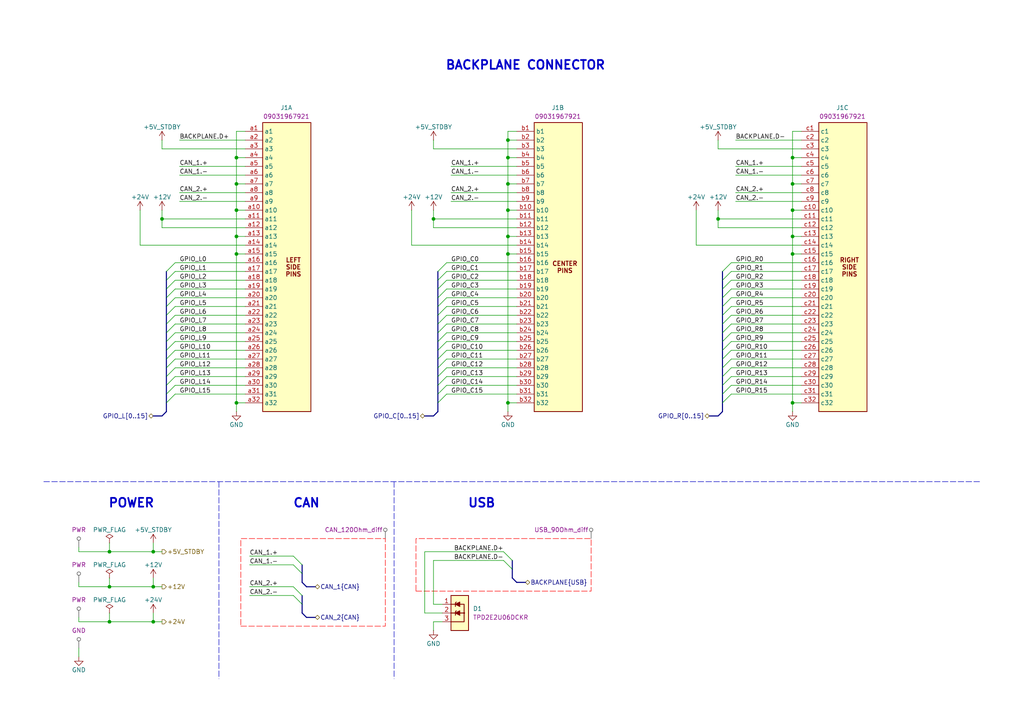
<source format=kicad_sch>
(kicad_sch (version 20250114) (generator "eeschema") (generator_version "9.0")
  (paper "A4")
  (title_block (title "ModuCard CM5 module") (date "2025-10-10") (rev "1.0.0") (company "KoNaR") (comment 1 "Project author: Dominik Pluta"))
  (lib_symbols
    (symbol "DW-TVS:TPD2E2U06DCKR" (pin_names (offset 0.002) (hide yes))
      (property "Reference" "D" (at 8.89 0 0))
      (property "MPN" "TPD2E2U06DCKR" (at 8.89 -15.24 0))
      (symbol "TPD2E2U06DCKR_0_1"
        (polyline (pts (xy 2.54 -5.08) (xy 6.35 -5.08) (xy 6.35 0) (xy 5.08 0)) (stroke (width 0.254)))
        (polyline (pts (xy 3.81 0) (xy 2.54 0)) (stroke (width 0.254)))
        (polyline (pts (xy 3.81 -2.54) (xy 2.54 -2.54)) (stroke (width 0.254)))
        (polyline (pts (xy 5.08 -2.54) (xy 6.35 -2.54)) (stroke (width 0.254)))
      )
      (symbol "TPD2E2U06DCKR_1_1"
        (rectangle (start 2.54 2.54) (end 7.62 -7.62) (stroke (width 0.254)) (fill (type background)))
        (polyline (pts (xy 3.81 -0.635) (xy 3.81 -0.381) (xy 3.81 0.381) (xy 4.064 0.635)) (stroke (width 0.254)) (fill (type background)))
        (polyline (pts (xy 3.81 -3.175) (xy 3.81 -2.921) (xy 3.81 -2.159) (xy 4.064 -1.905)) (stroke (width 0.254)) (fill (type background)))
        (polyline (pts (xy 5.08 -0.635) (xy 5.08 0.635) (xy 3.81 0) (xy 5.08 -0.635)) (stroke (width 0.254)) (fill (type outline)))
        (polyline (pts (xy 5.08 -3.175) (xy 5.08 -1.905) (xy 3.81 -2.54) (xy 5.08 -3.175)) (stroke (width 0.254)) (fill (type outline)))
        (circle (center 6.35 -2.54) (radius 0.127) (stroke (width 0.254)) (fill (type background)))
        (pin passive line (at 0 0 0) (length 2.54) (name "1") (number "1"))
        (pin passive line (at 0 -2.54 0) (length 2.54) (name "2") (number "2"))
        (pin passive line (at 0 -5.08 0) (length 2.54) (name "3") (number "3"))
      )
    )
    (symbol "DW-connectors:DIN-41612_09031967921"
      (property "Reference" "J" (at 21.59 0 0))
      (property "MPN" "09031967921" (at 21.59 -15.24 0))
      (symbol "DIN-41612_09031967921_0_0"
        (rectangle (start 5.08 2.54) (end 19.05 -81.28) (stroke (width 0.254)) (fill (type background)))
      )
      (symbol "DIN-41612_09031967921_1_1"
        (text "LEFT\nSIDE\nPINS" (at 13.97 -39.37 0) (effects (font (size 1.27 1.27) (bold yes))))
        (pin passive line (at 0 0 0) (length 5.08) (name "a1") (number "a1"))
        (pin passive line (at 0 -2.54 0) (length 5.08) (name "a2") (number "a2"))
        (pin passive line (at 0 -5.08 0) (length 5.08) (name "a3") (number "a3"))
        (pin passive line (at 0 -7.62 0) (length 5.08) (name "a4") (number "a4"))
        (pin passive line (at 0 -10.16 0) (length 5.08) (name "a5") (number "a5"))
        (pin passive line (at 0 -12.7 0) (length 5.08) (name "a6") (number "a6"))
        (pin passive line (at 0 -15.24 0) (length 5.08) (name "a7") (number "a7"))
        (pin passive line (at 0 -17.78 0) (length 5.08) (name "a8") (number "a8"))
        (pin passive line (at 0 -20.32 0) (length 5.08) (name "a9") (number "a9"))
        (pin passive line (at 0 -22.86 0) (length 5.08) (name "a10") (number "a10"))
        (pin passive line (at 0 -25.4 0) (length 5.08) (name "a11") (number "a11"))
        (pin passive line (at 0 -27.94 0) (length 5.08) (name "a12") (number "a12"))
        (pin passive line (at 0 -30.48 0) (length 5.08) (name "a13") (number "a13"))
        (pin passive line (at 0 -33.02 0) (length 5.08) (name "a14") (number "a14"))
        (pin passive line (at 0 -35.56 0) (length 5.08) (name "a15") (number "a15"))
        (pin passive line (at 0 -38.1 0) (length 5.08) (name "a16") (number "a16"))
        (pin passive line (at 0 -40.64 0) (length 5.08) (name "a17") (number "a17"))
        (pin passive line (at 0 -43.18 0) (length 5.08) (name "a18") (number "a18"))
        (pin passive line (at 0 -45.72 0) (length 5.08) (name "a19") (number "a19"))
        (pin passive line (at 0 -48.26 0) (length 5.08) (name "a20") (number "a20"))
        (pin passive line (at 0 -50.8 0) (length 5.08) (name "a21") (number "a21"))
        (pin passive line (at 0 -53.34 0) (length 5.08) (name "a22") (number "a22"))
        (pin passive line (at 0 -55.88 0) (length 5.08) (name "a23") (number "a23"))
        (pin passive line (at 0 -58.42 0) (length 5.08) (name "a24") (number "a24"))
        (pin passive line (at 0 -60.96 0) (length 5.08) (name "a25") (number "a25"))
        (pin passive line (at 0 -63.5 0) (length 5.08) (name "a26") (number "a26"))
        (pin passive line (at 0 -66.04 0) (length 5.08) (name "a27") (number "a27"))
        (pin passive line (at 0 -68.58 0) (length 5.08) (name "a28") (number "a28"))
        (pin passive line (at 0 -71.12 0) (length 5.08) (name "a29") (number "a29"))
        (pin passive line (at 0 -73.66 0) (length 5.08) (name "a30") (number "a30"))
        (pin passive line (at 0 -76.2 0) (length 5.08) (name "a31") (number "a31"))
        (pin passive line (at 0 -78.74 0) (length 5.08) (name "a32") (number "a32"))
      )
      (symbol "DIN-41612_09031967921_2_1"
        (text "CENTER\nPINS" (at 13.97 -39.37 0) (effects (font (size 1.27 1.27) (bold yes))))
        (pin passive line (at 0 0 0) (length 5.08) (name "b1") (number "b1"))
        (pin passive line (at 0 -2.54 0) (length 5.08) (name "b2") (number "b2"))
        (pin passive line (at 0 -5.08 0) (length 5.08) (name "b3") (number "b3"))
        (pin passive line (at 0 -7.62 0) (length 5.08) (name "b4") (number "b4"))
        (pin passive line (at 0 -10.16 0) (length 5.08) (name "b5") (number "b5"))
        (pin passive line (at 0 -12.7 0) (length 5.08) (name "b6") (number "b6"))
        (pin passive line (at 0 -15.24 0) (length 5.08) (name "b7") (number "b7"))
        (pin passive line (at 0 -17.78 0) (length 5.08) (name "b8") (number "b8"))
        (pin passive line (at 0 -20.32 0) (length 5.08) (name "b9") (number "b9"))
        (pin passive line (at 0 -22.86 0) (length 5.08) (name "b10") (number "b10"))
        (pin passive line (at 0 -25.4 0) (length 5.08) (name "b11") (number "b11"))
        (pin passive line (at 0 -27.94 0) (length 5.08) (name "b12") (number "b12"))
        (pin passive line (at 0 -30.48 0) (length 5.08) (name "b13") (number "b13"))
        (pin passive line (at 0 -33.02 0) (length 5.08) (name "b14") (number "b14"))
        (pin passive line (at 0 -35.56 0) (length 5.08) (name "b15") (number "b15"))
        (pin passive line (at 0 -38.1 0) (length 5.08) (name "b16") (number "b16"))
        (pin passive line (at 0 -40.64 0) (length 5.08) (name "b17") (number "b17"))
        (pin passive line (at 0 -43.18 0) (length 5.08) (name "b18") (number "b18"))
        (pin passive line (at 0 -45.72 0) (length 5.08) (name "b19") (number "b19"))
        (pin passive line (at 0 -48.26 0) (length 5.08) (name "b20") (number "b20"))
        (pin passive line (at 0 -50.8 0) (length 5.08) (name "b21") (number "b21"))
        (pin passive line (at 0 -53.34 0) (length 5.08) (name "b22") (number "b22"))
        (pin passive line (at 0 -55.88 0) (length 5.08) (name "b23") (number "b23"))
        (pin passive line (at 0 -58.42 0) (length 5.08) (name "b24") (number "b24"))
        (pin passive line (at 0 -60.96 0) (length 5.08) (name "b25") (number "b25"))
        (pin passive line (at 0 -63.5 0) (length 5.08) (name "b26") (number "b26"))
        (pin passive line (at 0 -66.04 0) (length 5.08) (name "b27") (number "b27"))
        (pin passive line (at 0 -68.58 0) (length 5.08) (name "b28") (number "b28"))
        (pin passive line (at 0 -71.12 0) (length 5.08) (name "b29") (number "b29"))
        (pin passive line (at 0 -73.66 0) (length 5.08) (name "b30") (number "b30"))
        (pin passive line (at 0 -76.2 0) (length 5.08) (name "b31") (number "b31"))
        (pin passive line (at 0 -78.74 0) (length 5.08) (name "b32") (number "b32"))
      )
      (symbol "DIN-41612_09031967921_3_1"
        (text "RIGHT\nSIDE\nPINS" (at 13.97 -39.37 0) (effects (font (size 1.27 1.27) (bold yes))))
        (pin passive line (at 0 0 0) (length 5.08) (name "c1") (number "c1"))
        (pin passive line (at 0 -2.54 0) (length 5.08) (name "c2") (number "c2"))
        (pin passive line (at 0 -5.08 0) (length 5.08) (name "c3") (number "c3"))
        (pin passive line (at 0 -7.62 0) (length 5.08) (name "c4") (number "c4"))
        (pin passive line (at 0 -10.16 0) (length 5.08) (name "c5") (number "c5"))
        (pin passive line (at 0 -12.7 0) (length 5.08) (name "c6") (number "c6"))
        (pin passive line (at 0 -15.24 0) (length 5.08) (name "c7") (number "c7"))
        (pin passive line (at 0 -17.78 0) (length 5.08) (name "c8") (number "c8"))
        (pin passive line (at 0 -20.32 0) (length 5.08) (name "c9") (number "c9"))
        (pin passive line (at 0 -22.86 0) (length 5.08) (name "c10") (number "c10"))
        (pin passive line (at 0 -25.4 0) (length 5.08) (name "c11") (number "c11"))
        (pin passive line (at 0 -27.94 0) (length 5.08) (name "c12") (number "c12"))
        (pin passive line (at 0 -30.48 0) (length 5.08) (name "c13") (number "c13"))
        (pin passive line (at 0 -33.02 0) (length 5.08) (name "c14") (number "c14"))
        (pin passive line (at 0 -35.56 0) (length 5.08) (name "c15") (number "c15"))
        (pin passive line (at 0 -38.1 0) (length 5.08) (name "c16") (number "c16"))
        (pin passive line (at 0 -40.64 0) (length 5.08) (name "c17") (number "c17"))
        (pin passive line (at 0 -43.18 0) (length 5.08) (name "c18") (number "c18"))
        (pin passive line (at 0 -45.72 0) (length 5.08) (name "c19") (number "c19"))
        (pin passive line (at 0 -48.26 0) (length 5.08) (name "c20") (number "c20"))
        (pin passive line (at 0 -50.8 0) (length 5.08) (name "c21") (number "c21"))
        (pin passive line (at 0 -53.34 0) (length 5.08) (name "c22") (number "c22"))
        (pin passive line (at 0 -55.88 0) (length 5.08) (name "c23") (number "c23"))
        (pin passive line (at 0 -58.42 0) (length 5.08) (name "c24") (number "c24"))
        (pin passive line (at 0 -60.96 0) (length 5.08) (name "c25") (number "c25"))
        (pin passive line (at 0 -63.5 0) (length 5.08) (name "c26") (number "c26"))
        (pin passive line (at 0 -66.04 0) (length 5.08) (name "c27") (number "c27"))
        (pin passive line (at 0 -68.58 0) (length 5.08) (name "c28") (number "c28"))
        (pin passive line (at 0 -71.12 0) (length 5.08) (name "c29") (number "c29"))
        (pin passive line (at 0 -73.66 0) (length 5.08) (name "c30") (number "c30"))
        (pin passive line (at 0 -76.2 0) (length 5.08) (name "c31") (number "c31"))
        (pin passive line (at 0 -78.74 0) (length 5.08) (name "c32") (number "c32"))
      )
    )
    (symbol "DW-power-symbols:+12V" (power) (pin_numbers (hide yes)) (pin_names (offset 0) (hide yes))
      (property "Value" "+12V" (at 0 3.556 0))
      (symbol "+12V_0_1"
        (polyline (pts (xy -0.762 1.27) (xy 0 2.54)))
        (polyline (pts (xy 0 2.54) (xy 0.762 1.27)))
        (polyline (pts (xy 0 0) (xy 0 2.54)))
      )
      (symbol "+12V_1_1"
        (pin power_in line (at 0 0 90) (length 0) (name "~") (number "1"))
      )
    )
    (symbol "DW-power-symbols:+24V" (power) (pin_numbers (hide yes)) (pin_names (offset 0) (hide yes))
      (property "Value" "+24V" (at 0 3.556 0))
      (symbol "+24V_0_1"
        (polyline (pts (xy -0.762 1.27) (xy 0 2.54)))
        (polyline (pts (xy 0 2.54) (xy 0.762 1.27)))
        (polyline (pts (xy 0 0) (xy 0 2.54)))
      )
      (symbol "+24V_1_1"
        (pin power_in line (at 0 0 90) (length 0) (name "~") (number "1"))
      )
    )
    (symbol "DW-power-symbols:+5V" (power) (pin_numbers (hide yes)) (pin_names (offset 0) (hide yes))
      (property "Value" "+5V" (at 0 3.556 0))
      (symbol "+5V_0_1"
        (polyline (pts (xy -0.762 1.27) (xy 0 2.54)))
        (polyline (pts (xy 0 2.54) (xy 0.762 1.27)))
        (polyline (pts (xy 0 0) (xy 0 2.54)))
      )
      (symbol "+5V_1_1"
        (pin power_in line (at 0 0 90) (length 0) (name "~") (number "1"))
      )
    )
    (symbol "DW-power-symbols:GND" (power) (pin_numbers (hide yes)) (pin_names (offset 0) (hide yes))
      (property "Value" "GND" (at 0 -3.81 0))
      (symbol "GND_0_1"
        (polyline (pts (xy 0 0) (xy 0 -1.27) (xy 1.27 -1.27) (xy 0 -2.54) (xy -1.27 -1.27) (xy 0 -1.27)))
      )
      (symbol "GND_1_1"
        (pin power_in line (at 0 0 270) (length 0) (name "~") (number "1"))
      )
    )
    (symbol "DW-power-symbols:PWR_FLAG" (power) (pin_numbers (hide yes)) (pin_names (offset 0) (hide yes))
      (property "Value" "PWR_FLAG" (at 0 3.81 0))
      (symbol "PWR_FLAG_0_0"
        (pin power_out line (at 0 0 90) (length 0) (name "~") (number "1"))
      )
      (symbol "PWR_FLAG_0_1"
        (polyline (pts (xy 0 0) (xy 0 1.27) (xy -1.016 1.905) (xy 0 2.54) (xy 1.016 1.905) (xy 0 1.27)))
      )
    )
  )
  (text "CAN" (at 88.9 146.05 0) (effects (font (size 2.54 2.54) (thickness 0.508) (bold yes))))
  (text "BACKPLANE CONNECTOR" (at 152.4 19.05 0) (effects (font (size 2.54 2.54) (thickness 0.508) (bold yes))))
  (text "POWER" (at 38.1 146.05 0) (effects (font (size 2.54 2.54) (thickness 0.508) (bold yes))))
  (text "USB" (at 139.7 146.05 0) (effects (font (size 2.54 2.54) (thickness 0.508) (bold yes))))
  (junction (at 147.32 60.96))
  (junction (at 147.32 68.58))
  (junction (at 147.32 45.72))
  (junction (at 68.58 116.84))
  (junction (at 31.75 160.02))
  (junction (at 44.45 160.02))
  (junction (at 229.87 53.34))
  (junction (at 229.87 116.84))
  (junction (at 31.75 180.34))
  (junction (at 229.87 60.96))
  (junction (at 44.45 170.18))
  (junction (at 68.58 73.66))
  (junction (at 68.58 53.34))
  (junction (at 68.58 45.72))
  (junction (at 31.75 170.18))
  (junction (at 229.87 45.72))
  (junction (at 125.73 63.5))
  (junction (at 229.87 68.58))
  (junction (at 46.99 63.5))
  (junction (at 147.32 116.84))
  (junction (at 68.58 60.96))
  (junction (at 44.45 180.34))
  (junction (at 147.32 40.64))
  (junction (at 147.32 73.66))
  (junction (at 229.87 73.66))
  (junction (at 147.32 53.34))
  (junction (at 208.28 63.5))
  (junction (at 68.58 68.58))
  (bus_entry (at 50.8 76.2) (size -2.54 2.54))
  (bus_entry (at 50.8 83.82) (size -2.54 2.54))
  (bus_entry (at 50.8 86.36) (size -2.54 2.54))
  (bus_entry (at 146.05 160.02) (size 2.54 2.54))
  (bus_entry (at 129.54 81.28) (size -2.54 2.54))
  (bus_entry (at 212.09 83.82) (size -2.54 2.54))
  (bus_entry (at 129.54 109.22) (size -2.54 2.54))
  (bus_entry (at 50.8 78.74) (size -2.54 2.54))
  (bus_entry (at 212.09 76.2) (size -2.54 2.54))
  (bus_entry (at 50.8 106.68) (size -2.54 2.54))
  (bus_entry (at 87.63 163.83) (size -2.54 -2.54))
  (bus_entry (at 212.09 96.52) (size -2.54 2.54))
  (bus_entry (at 50.8 91.44) (size -2.54 2.54))
  (bus_entry (at 129.54 99.06) (size -2.54 2.54))
  (bus_entry (at 129.54 106.68) (size -2.54 2.54))
  (bus_entry (at 212.09 99.06) (size -2.54 2.54))
  (bus_entry (at 50.8 96.52) (size -2.54 2.54))
  (bus_entry (at 212.09 111.76) (size -2.54 2.54))
  (bus_entry (at 50.8 101.6) (size -2.54 2.54))
  (bus_entry (at 146.05 162.56) (size 2.54 2.54))
  (bus_entry (at 129.54 101.6) (size -2.54 2.54))
  (bus_entry (at 212.09 86.36) (size -2.54 2.54))
  (bus_entry (at 50.8 99.06) (size -2.54 2.54))
  (bus_entry (at 129.54 86.36) (size -2.54 2.54))
  (bus_entry (at 50.8 93.98) (size -2.54 2.54))
  (bus_entry (at 212.09 106.68) (size -2.54 2.54))
  (bus_entry (at 212.09 91.44) (size -2.54 2.54))
  (bus_entry (at 129.54 114.3) (size -2.54 2.54))
  (bus_entry (at 129.54 83.82) (size -2.54 2.54))
  (bus_entry (at 212.09 88.9) (size -2.54 2.54))
  (bus_entry (at 129.54 104.14) (size -2.54 2.54))
  (bus_entry (at 212.09 104.14) (size -2.54 2.54))
  (bus_entry (at 129.54 78.74) (size -2.54 2.54))
  (bus_entry (at 212.09 93.98) (size -2.54 2.54))
  (bus_entry (at 87.63 175.26) (size -2.54 -2.54))
  (bus_entry (at 50.8 88.9) (size -2.54 2.54))
  (bus_entry (at 87.63 172.72) (size -2.54 -2.54))
  (bus_entry (at 129.54 76.2) (size -2.54 2.54))
  (bus_entry (at 129.54 88.9) (size -2.54 2.54))
  (bus_entry (at 50.8 114.3) (size -2.54 2.54))
  (bus_entry (at 50.8 104.14) (size -2.54 2.54))
  (bus_entry (at 212.09 101.6) (size -2.54 2.54))
  (bus_entry (at 50.8 81.28) (size -2.54 2.54))
  (bus_entry (at 129.54 91.44) (size -2.54 2.54))
  (bus_entry (at 212.09 81.28) (size -2.54 2.54))
  (bus_entry (at 212.09 109.22) (size -2.54 2.54))
  (bus_entry (at 50.8 109.22) (size -2.54 2.54))
  (bus_entry (at 87.63 166.37) (size -2.54 -2.54))
  (bus_entry (at 129.54 111.76) (size -2.54 2.54))
  (bus_entry (at 129.54 96.52) (size -2.54 2.54))
  (bus_entry (at 212.09 78.74) (size -2.54 2.54))
  (bus_entry (at 212.09 114.3) (size -2.54 2.54))
  (bus_entry (at 50.8 111.76) (size -2.54 2.54))
  (bus_entry (at 129.54 93.98) (size -2.54 2.54))
  (wire (pts (xy 212.09 93.98) (xy 232.41 93.98)))
  (wire (pts (xy 232.41 68.58) (xy 229.87 68.58)))
  (bus (pts (xy 209.55 86.36) (xy 209.55 88.9)))
  (wire (pts (xy 129.54 93.98) (xy 149.86 93.98)))
  (wire (pts (xy 68.58 53.34) (xy 68.58 60.96)))
  (wire (pts (xy 68.58 116.84) (xy 71.12 116.84)))
  (wire (pts (xy 147.32 53.34) (xy 147.32 60.96)))
  (wire (pts (xy 50.8 91.44) (xy 71.12 91.44)))
  (wire (pts (xy 229.87 38.1) (xy 229.87 45.72)))
  (bus (pts (xy 87.63 166.37) (xy 87.63 163.83)))
  (wire (pts (xy 147.32 40.64) (xy 147.32 45.72)))
  (wire (pts (xy 50.8 109.22) (xy 71.12 109.22)))
  (wire (pts (xy 22.86 158.75) (xy 22.86 160.02)))
  (wire (pts (xy 50.8 81.28) (xy 71.12 81.28)))
  (bus (pts (xy 208.28 120.65) (xy 209.55 119.38)))
  (bus (pts (xy 209.55 109.22) (xy 209.55 111.76)))
  (wire (pts (xy 129.54 109.22) (xy 149.86 109.22)))
  (wire (pts (xy 129.54 106.68) (xy 149.86 106.68)))
  (wire (pts (xy 31.75 170.18) (xy 44.45 170.18)))
  (wire (pts (xy 229.87 45.72) (xy 229.87 53.34)))
  (wire (pts (xy 85.09 172.72) (xy 72.39 172.72)))
  (wire (pts (xy 68.58 60.96) (xy 68.58 68.58)))
  (bus (pts (xy 48.26 86.36) (xy 48.26 88.9)))
  (wire (pts (xy 212.09 111.76) (xy 232.41 111.76)))
  (wire (pts (xy 149.86 48.26) (xy 130.81 48.26)))
  (wire (pts (xy 71.12 58.42) (xy 52.07 58.42)))
  (wire (pts (xy 129.54 91.44) (xy 149.86 91.44)))
  (wire (pts (xy 50.8 96.52) (xy 71.12 96.52)))
  (wire (pts (xy 212.09 99.06) (xy 232.41 99.06)))
  (wire (pts (xy 31.75 177.8) (xy 31.75 180.34)))
  (wire (pts (xy 129.54 78.74) (xy 149.86 78.74)))
  (bus (pts (xy 148.59 165.1) (xy 148.59 167.64)))
  (wire (pts (xy 129.54 104.14) (xy 149.86 104.14)))
  (wire (pts (xy 212.09 114.3) (xy 232.41 114.3)))
  (wire (pts (xy 71.12 45.72) (xy 68.58 45.72)))
  (bus (pts (xy 87.63 168.91) (xy 87.63 166.37)))
  (wire (pts (xy 85.09 170.18) (xy 72.39 170.18)))
  (wire (pts (xy 147.32 116.84) (xy 147.32 119.38)))
  (bus (pts (xy 127 109.22) (xy 127 111.76)))
  (wire (pts (xy 22.86 187.96) (xy 22.86 190.5)))
  (wire (pts (xy 129.54 83.82) (xy 149.86 83.82)))
  (bus (pts (xy 87.63 177.8) (xy 88.9 179.07)))
  (bus (pts (xy 127 106.68) (xy 127 109.22)))
  (wire (pts (xy 229.87 60.96) (xy 229.87 68.58)))
  (wire (pts (xy 212.09 88.9) (xy 232.41 88.9)))
  (wire (pts (xy 50.8 88.9) (xy 71.12 88.9)))
  (bus (pts (xy 208.28 120.65) (xy 205.74 120.65)))
  (wire (pts (xy 208.28 63.5) (xy 232.41 63.5)))
  (wire (pts (xy 212.09 81.28) (xy 232.41 81.28)))
  (wire (pts (xy 149.86 68.58) (xy 147.32 68.58)))
  (wire (pts (xy 44.45 180.34) (xy 31.75 180.34)))
  (wire (pts (xy 147.32 45.72) (xy 147.32 53.34)))
  (wire (pts (xy 50.8 78.74) (xy 71.12 78.74)))
  (wire (pts (xy 212.09 109.22) (xy 232.41 109.22)))
  (wire (pts (xy 212.09 106.68) (xy 232.41 106.68)))
  (wire (pts (xy 125.73 162.56) (xy 125.73 175.26)))
  (bus (pts (xy 127 104.14) (xy 127 106.68)))
  (wire (pts (xy 119.38 71.12) (xy 149.86 71.12)))
  (bus (pts (xy 48.26 91.44) (xy 48.26 93.98)))
  (wire (pts (xy 129.54 99.06) (xy 149.86 99.06)))
  (bus (pts (xy 127 78.74) (xy 127 81.28)))
  (bus (pts (xy 209.55 111.76) (xy 209.55 114.3)))
  (wire (pts (xy 123.19 160.02) (xy 123.19 177.8)))
  (wire (pts (xy 212.09 86.36) (xy 232.41 86.36)))
  (wire (pts (xy 229.87 73.66) (xy 232.41 73.66)))
  (bus (pts (xy 87.63 177.8) (xy 87.63 175.26)))
  (wire (pts (xy 147.32 116.84) (xy 149.86 116.84)))
  (wire (pts (xy 125.73 63.5) (xy 149.86 63.5)))
  (wire (pts (xy 208.28 66.04) (xy 232.41 66.04)))
  (bus (pts (xy 46.99 120.65) (xy 48.26 119.38)))
  (wire (pts (xy 149.86 50.8) (xy 130.81 50.8)))
  (wire (pts (xy 44.45 167.64) (xy 44.45 170.18)))
  (bus (pts (xy 209.55 83.82) (xy 209.55 86.36)))
  (wire (pts (xy 212.09 91.44) (xy 232.41 91.44)))
  (wire (pts (xy 201.93 60.96) (xy 201.93 71.12)))
  (wire (pts (xy 22.86 170.18) (xy 31.75 170.18)))
  (bus (pts (xy 127 111.76) (xy 127 114.3)))
  (bus (pts (xy 209.55 91.44) (xy 209.55 93.98)))
  (polyline (pts (xy 63.5 139.7) (xy 63.5 196.85)) (stroke (width 0) (type dash)))
  (wire (pts (xy 232.41 50.8) (xy 213.36 50.8)))
  (wire (pts (xy 85.09 161.29) (xy 72.39 161.29)))
  (wire (pts (xy 44.45 170.18) (xy 46.99 170.18)))
  (wire (pts (xy 68.58 116.84) (xy 68.58 119.38)))
  (bus (pts (xy 48.26 116.84) (xy 48.26 119.38)))
  (wire (pts (xy 71.12 60.96) (xy 68.58 60.96)))
  (wire (pts (xy 232.41 53.34) (xy 229.87 53.34)))
  (wire (pts (xy 40.64 71.12) (xy 71.12 71.12)))
  (wire (pts (xy 147.32 73.66) (xy 149.86 73.66)))
  (wire (pts (xy 232.41 60.96) (xy 229.87 60.96)))
  (wire (pts (xy 46.99 60.96) (xy 46.99 63.5)))
  (wire (pts (xy 50.8 106.68) (xy 71.12 106.68)))
  (bus (pts (xy 127 99.06) (xy 127 101.6)))
  (wire (pts (xy 232.41 45.72) (xy 229.87 45.72)))
  (wire (pts (xy 212.09 104.14) (xy 232.41 104.14)))
  (wire (pts (xy 149.86 53.34) (xy 147.32 53.34)))
  (wire (pts (xy 50.8 114.3) (xy 71.12 114.3)))
  (bus (pts (xy 88.9 170.18) (xy 91.44 170.18)))
  (wire (pts (xy 232.41 38.1) (xy 229.87 38.1)))
  (bus (pts (xy 48.26 99.06) (xy 48.26 101.6)))
  (wire (pts (xy 46.99 40.64) (xy 46.99 43.18)))
  (wire (pts (xy 22.86 160.02) (xy 31.75 160.02)))
  (wire (pts (xy 71.12 38.1) (xy 68.58 38.1)))
  (wire (pts (xy 119.38 60.96) (xy 119.38 71.12)))
  (wire (pts (xy 71.12 68.58) (xy 68.58 68.58)))
  (bus (pts (xy 127 91.44) (xy 127 93.98)))
  (bus (pts (xy 148.59 167.64) (xy 149.86 168.91)))
  (wire (pts (xy 71.12 50.8) (xy 52.07 50.8)))
  (wire (pts (xy 50.8 111.76) (xy 71.12 111.76)))
  (bus (pts (xy 209.55 116.84) (xy 209.55 119.38)))
  (bus (pts (xy 127 101.6) (xy 127 104.14)))
  (wire (pts (xy 129.54 88.9) (xy 149.86 88.9)))
  (bus (pts (xy 48.26 111.76) (xy 48.26 114.3)))
  (wire (pts (xy 229.87 53.34) (xy 229.87 60.96)))
  (bus (pts (xy 48.26 81.28) (xy 48.26 83.82)))
  (wire (pts (xy 208.28 66.04) (xy 208.28 63.5)))
  (wire (pts (xy 129.54 114.3) (xy 149.86 114.3)))
  (bus (pts (xy 209.55 104.14) (xy 209.55 106.68)))
  (wire (pts (xy 46.99 66.04) (xy 46.99 63.5)))
  (wire (pts (xy 46.99 180.34) (xy 44.45 180.34)))
  (bus (pts (xy 209.55 106.68) (xy 209.55 109.22)))
  (bus (pts (xy 48.26 109.22) (xy 48.26 111.76)))
  (wire (pts (xy 68.58 38.1) (xy 68.58 45.72)))
  (wire (pts (xy 147.32 38.1) (xy 147.32 40.64)))
  (wire (pts (xy 212.09 76.2) (xy 232.41 76.2)))
  (wire (pts (xy 125.73 180.34) (xy 125.73 182.88)))
  (bus (pts (xy 48.26 93.98) (xy 48.26 96.52)))
  (bus (pts (xy 48.26 83.82) (xy 48.26 86.36)))
  (wire (pts (xy 232.41 40.64) (xy 213.36 40.64)))
  (bus (pts (xy 87.63 168.91) (xy 88.9 170.18)))
  (wire (pts (xy 46.99 63.5) (xy 71.12 63.5)))
  (wire (pts (xy 50.8 101.6) (xy 71.12 101.6)))
  (bus (pts (xy 87.63 175.26) (xy 87.63 172.72)))
  (wire (pts (xy 31.75 167.64) (xy 31.75 170.18)))
  (wire (pts (xy 149.86 45.72) (xy 147.32 45.72)))
  (bus (pts (xy 48.26 101.6) (xy 48.26 104.14)))
  (wire (pts (xy 68.58 68.58) (xy 68.58 73.66)))
  (wire (pts (xy 208.28 40.64) (xy 208.28 43.18)))
  (wire (pts (xy 147.32 60.96) (xy 147.32 68.58)))
  (wire (pts (xy 125.73 66.04) (xy 125.73 63.5)))
  (wire (pts (xy 22.86 168.91) (xy 22.86 170.18)))
  (wire (pts (xy 44.45 177.8) (xy 44.45 180.34)))
  (wire (pts (xy 212.09 96.52) (xy 232.41 96.52)))
  (wire (pts (xy 46.99 43.18) (xy 71.12 43.18)))
  (bus (pts (xy 125.73 120.65) (xy 123.19 120.65)))
  (wire (pts (xy 123.19 160.02) (xy 146.05 160.02)))
  (wire (pts (xy 149.86 38.1) (xy 147.32 38.1)))
  (wire (pts (xy 31.75 160.02) (xy 44.45 160.02)))
  (wire (pts (xy 125.73 60.96) (xy 125.73 63.5)))
  (bus (pts (xy 209.55 93.98) (xy 209.55 96.52)))
  (bus (pts (xy 127 81.28) (xy 127 83.82)))
  (wire (pts (xy 125.73 40.64) (xy 125.73 43.18)))
  (bus (pts (xy 48.26 78.74) (xy 48.26 81.28)))
  (wire (pts (xy 46.99 160.02) (xy 44.45 160.02)))
  (wire (pts (xy 46.99 66.04) (xy 71.12 66.04)))
  (wire (pts (xy 50.8 93.98) (xy 71.12 93.98)))
  (bus (pts (xy 125.73 120.65) (xy 127 119.38)))
  (wire (pts (xy 71.12 40.64) (xy 52.07 40.64)))
  (wire (pts (xy 68.58 45.72) (xy 68.58 53.34)))
  (bus (pts (xy 148.59 162.56) (xy 148.59 165.1)))
  (wire (pts (xy 208.28 60.96) (xy 208.28 63.5)))
  (bus (pts (xy 46.99 120.65) (xy 44.45 120.65)))
  (bus (pts (xy 209.55 88.9) (xy 209.55 91.44)))
  (wire (pts (xy 85.09 163.83) (xy 72.39 163.83)))
  (wire (pts (xy 31.75 157.48) (xy 31.75 160.02)))
  (bus (pts (xy 209.55 81.28) (xy 209.55 83.82)))
  (bus (pts (xy 127 86.36) (xy 127 88.9)))
  (bus (pts (xy 127 93.98) (xy 127 96.52)))
  (wire (pts (xy 125.73 175.26) (xy 128.27 175.26)))
  (wire (pts (xy 147.32 68.58) (xy 147.32 73.66)))
  (wire (pts (xy 40.64 60.96) (xy 40.64 71.12)))
  (bus (pts (xy 127 96.52) (xy 127 99.06)))
  (wire (pts (xy 125.73 180.34) (xy 128.27 180.34)))
  (wire (pts (xy 149.86 58.42) (xy 130.81 58.42)))
  (bus (pts (xy 48.26 106.68) (xy 48.26 109.22)))
  (wire (pts (xy 50.8 76.2) (xy 71.12 76.2)))
  (wire (pts (xy 125.73 162.56) (xy 146.05 162.56)))
  (wire (pts (xy 212.09 101.6) (xy 232.41 101.6)))
  (bus (pts (xy 127 114.3) (xy 127 116.84)))
  (wire (pts (xy 22.86 180.34) (xy 31.75 180.34)))
  (wire (pts (xy 71.12 55.88) (xy 52.07 55.88)))
  (wire (pts (xy 229.87 73.66) (xy 229.87 116.84)))
  (bus (pts (xy 209.55 96.52) (xy 209.55 99.06)))
  (bus (pts (xy 48.26 114.3) (xy 48.26 116.84)))
  (wire (pts (xy 123.19 177.8) (xy 128.27 177.8)))
  (bus (pts (xy 209.55 99.06) (xy 209.55 101.6)))
  (wire (pts (xy 125.73 66.04) (xy 149.86 66.04)))
  (wire (pts (xy 50.8 104.14) (xy 71.12 104.14)))
  (bus (pts (xy 209.55 78.74) (xy 209.55 81.28)))
  (bus (pts (xy 127 88.9) (xy 127 91.44)))
  (wire (pts (xy 147.32 73.66) (xy 147.32 116.84)))
  (bus (pts (xy 127 116.84) (xy 127 119.38)))
  (bus (pts (xy 48.26 104.14) (xy 48.26 106.68)))
  (wire (pts (xy 68.58 73.66) (xy 71.12 73.66)))
  (bus (pts (xy 88.9 179.07) (xy 91.44 179.07)))
  (wire (pts (xy 147.32 40.64) (xy 149.86 40.64)))
  (wire (pts (xy 201.93 71.12) (xy 232.41 71.12)))
  (bus (pts (xy 127 83.82) (xy 127 86.36)))
  (bus (pts (xy 149.86 168.91) (xy 152.4 168.91)))
  (wire (pts (xy 212.09 78.74) (xy 232.41 78.74)))
  (bus (pts (xy 48.26 96.52) (xy 48.26 99.06)))
  (wire (pts (xy 125.73 43.18) (xy 149.86 43.18)))
  (wire (pts (xy 71.12 53.34) (xy 68.58 53.34)))
  (wire (pts (xy 232.41 48.26) (xy 213.36 48.26)))
  (wire (pts (xy 129.54 81.28) (xy 149.86 81.28)))
  (wire (pts (xy 129.54 96.52) (xy 149.86 96.52)))
  (wire (pts (xy 22.86 179.07) (xy 22.86 180.34)))
  (wire (pts (xy 129.54 76.2) (xy 149.86 76.2)))
  (wire (pts (xy 71.12 48.26) (xy 52.07 48.26)))
  (wire (pts (xy 44.45 157.48) (xy 44.45 160.02)))
  (wire (pts (xy 208.28 43.18) (xy 232.41 43.18)))
  (bus (pts (xy 209.55 114.3) (xy 209.55 116.84)))
  (wire (pts (xy 50.8 83.82) (xy 71.12 83.82)))
  (wire (pts (xy 232.41 55.88) (xy 213.36 55.88)))
  (wire (pts (xy 50.8 99.06) (xy 71.12 99.06)))
  (wire (pts (xy 50.8 86.36) (xy 71.12 86.36)))
  (wire (pts (xy 129.54 101.6) (xy 149.86 101.6)))
  (bus (pts (xy 209.55 101.6) (xy 209.55 104.14)))
  (wire (pts (xy 129.54 111.76) (xy 149.86 111.76)))
  (wire (pts (xy 229.87 116.84) (xy 232.41 116.84)))
  (wire (pts (xy 229.87 68.58) (xy 229.87 73.66)))
  (wire (pts (xy 129.54 86.36) (xy 149.86 86.36)))
  (wire (pts (xy 232.41 58.42) (xy 213.36 58.42)))
  (wire (pts (xy 149.86 55.88) (xy 130.81 55.88)))
  (bus (pts (xy 48.26 88.9) (xy 48.26 91.44)))
  (wire (pts (xy 229.87 119.38) (xy 229.87 116.84)))
  (wire (pts (xy 149.86 60.96) (xy 147.32 60.96)))
  (polyline (pts (xy 114.3 139.7) (xy 114.3 196.85)) (stroke (width 0) (type dash)))
  (wire (pts (xy 68.58 73.66) (xy 68.58 116.84)))
  (polyline (pts (xy 12.7 139.7) (xy 284.48 139.7)) (stroke (width 0) (type dash)))
  (wire (pts (xy 212.09 83.82) (xy 232.41 83.82)))
  (label "GPIO_R10" (at 213.36 101.6 0))
  (label "GPIO_R9" (at 213.36 99.06 0))
  (label "BACKPLANE.D-" (at 146.05 162.56 180))
  (label "GPIO_L3" (at 52.07 83.82 0))
  (label "GPIO_L11" (at 52.07 104.14 0))
  (label "GPIO_C0" (at 130.81 76.2 0))
  (label "GPIO_C11" (at 130.81 104.14 0))
  (label "GPIO_L2" (at 52.07 81.28 0))
  (label "GPIO_L4" (at 52.07 86.36 0))
  (label "GPIO_L8" (at 52.07 96.52 0))
  (label "GPIO_C6" (at 130.81 91.44 0))
  (label "GPIO_R11" (at 213.36 104.14 0))
  (label "GPIO_L14" (at 52.07 111.76 0))
  (label "GPIO_C7" (at 130.81 93.98 0))
  (label "GPIO_L9" (at 52.07 99.06 0))
  (label "GPIO_L0" (at 52.07 76.2 0))
  (label "GPIO_C1" (at 130.81 78.74 0))
  (label "BACKPLANE.D-" (at 213.36 40.64 0))
  (label "GPIO_L6" (at 52.07 91.44 0))
  (label "CAN_2.+" (at 130.81 55.88 0))
  (label "GPIO_L10" (at 52.07 101.6 0))
  (label "GPIO_L1" (at 52.07 78.74 0))
  (label "CAN_2.+" (at 72.39 170.18 0))
  (label "GPIO_L12" (at 52.07 106.68 0))
  (label "GPIO_L15" (at 52.07 114.3 0))
  (label "CAN_2.+" (at 52.07 55.88 0))
  (label "GPIO_R14" (at 213.36 111.76 0))
  (label "GPIO_R4" (at 213.36 86.36 0))
  (label "CAN_1.-" (at 72.39 163.83 0))
  (label "GPIO_R5" (at 213.36 88.9 0))
  (label "GPIO_R2" (at 213.36 81.28 0))
  (label "GPIO_C10" (at 130.81 101.6 0))
  (label "CAN_1.-" (at 52.07 50.8 0))
  (label "CAN_2.-" (at 52.07 58.42 0))
  (label "GPIO_C5" (at 130.81 88.9 0))
  (label "CAN_1.+" (at 213.36 48.26 0))
  (label "GPIO_C12" (at 130.81 106.68 0))
  (label "GPIO_C2" (at 130.81 81.28 0))
  (label "GPIO_R3" (at 213.36 83.82 0))
  (label "CAN_1.+" (at 52.07 48.26 0))
  (label "GPIO_R1" (at 213.36 78.74 0))
  (label "GPIO_R13" (at 213.36 109.22 0))
  (label "GPIO_C9" (at 130.81 99.06 0))
  (label "GPIO_C13" (at 130.81 109.22 0))
  (label "CAN_1.+" (at 72.39 161.29 0))
  (label "GPIO_L5" (at 52.07 88.9 0))
  (label "GPIO_R7" (at 213.36 93.98 0))
  (label "CAN_2.+" (at 213.36 55.88 0))
  (label "GPIO_C3" (at 130.81 83.82 0))
  (label "CAN_1.-" (at 130.81 50.8 0))
  (label "GPIO_R6" (at 213.36 91.44 0))
  (label "GPIO_R0" (at 213.36 76.2 0))
  (label "GPIO_R8" (at 213.36 96.52 0))
  (label "GPIO_C8" (at 130.81 96.52 0))
  (label "GPIO_C15" (at 130.81 114.3 0))
  (label "CAN_1.-" (at 213.36 50.8 0))
  (label "CAN_2.-" (at 130.81 58.42 0))
  (label "BACKPLANE.D+" (at 146.05 160.02 180))
  (label "GPIO_R15" (at 213.36 114.3 0))
  (label "GPIO_L7" (at 52.07 93.98 0))
  (label "CAN_2.-" (at 213.36 58.42 0))
  (label "GPIO_L13" (at 52.07 109.22 0))
  (label "CAN_2.-" (at 72.39 172.72 0))
  (label "GPIO_C4" (at 130.81 86.36 0))
  (label "BACKPLANE.D+" (at 52.07 40.64 0))
  (label "CAN_1.+" (at 130.81 48.26 0))
  (label "GPIO_C14" (at 130.81 111.76 0))
  (label "GPIO_R12" (at 213.36 106.68 0))
  (hierarchical_label "CAN_2{CAN}" (shape bidirectional) (at 91.44 179.07 0))
  (hierarchical_label "+12V" (shape output) (at 46.99 170.18 0))
  (hierarchical_label "+5V_STDBY" (shape output) (at 46.99 160.02 0))
  (hierarchical_label "BACKPLANE{USB}" (shape bidirectional) (at 152.4 168.91 0))
  (hierarchical_label "GPIO_C[0..15]" (shape bidirectional) (at 123.19 120.65 180))
  (hierarchical_label "GPIO_R[0..15]" (shape bidirectional) (at 205.74 120.65 180))
  (hierarchical_label "CAN_1{CAN}" (shape bidirectional) (at 91.44 170.18 0))
  (hierarchical_label "GPIO_L[0..15]" (shape bidirectional) (at 44.45 120.65 180))
  (hierarchical_label "+24V" (shape output) (at 46.99 180.34 0))
  (rule_area (polyline (pts (xy 120.65 171.45) (xy 171.45 171.45) (xy 171.45 156.21) (xy 120.65 156.21)) (stroke (width 0) (type dash))))
  (rule_area (polyline (pts (xy 69.85 181.61) (xy 111.76 181.61) (xy 111.76 156.21) (xy 69.85 156.21)) (stroke (width 0) (type dash))))
  (netclass_flag "" (length 2.54) (shape round) (at 22.86 179.07 0) (property "Netclass" "PWR" (at 22.86 173.99 0)))
  (netclass_flag "" (length 2.54) (shape round) (at 171.45 156.21 0) (property "Netclass" "USB_90Ohm_diff" (at 170.688 153.67 0) (effects (justify right))))
  (netclass_flag "" (length 2.54) (shape round) (at 111.76 156.21 0) (property "Netclass" "CAN_120Ohm_diff" (at 110.998 153.67 0) (effects (justify right))))
  (netclass_flag "" (length 2.54) (shape round) (at 22.86 187.96 0) (property "Netclass" "GND" (at 22.86 182.88 0)))
  (netclass_flag "" (length 2.54) (shape round) (at 22.86 168.91 0) (property "Netclass" "PWR" (at 22.86 163.83 0)))
  (netclass_flag "" (length 2.54) (shape round) (at 22.86 158.75 0) (property "Netclass" "PWR" (at 22.86 153.67 0)))
  (symbol (lib_id "DW-power-symbols:+5V") (at 125.73 40.64 0) (unit 1)
    (property "Reference" "#PWR02" (effects (hide yes)))
    (property "Value" "+5V_STDBY" (at 125.73 36.83 0))
    (property "Description" "Power symbol creates a global label with name \"+5V\"" (effects (hide yes)))
  )
  (symbol (lib_id "DW-power-symbols:+12V") (at 208.28 60.96 0) (unit 1)
    (property "Reference" "#PWR09" (effects (hide yes)))
    (property "Value" "+12V" (at 208.28 57.15 0))
    (property "Description" "Power symbol creates a global label with name \"+12V\"" (effects (hide yes)))
  )
  (symbol (lib_id "DW-power-symbols:+24V") (at 40.64 60.96 0) (unit 1)
    (property "Reference" "#PWR04" (effects (hide yes)))
    (property "Value" "+24V" (at 40.64 57.15 0))
    (property "Description" "Power symbol creates a global label with name \"+24V\"" (effects (hide yes)))
  )
  (symbol (lib_id "DW-connectors:DIN-41612_09031967921") (at 232.41 38.1 0) (unit 3)
    (property "Reference" "J1" (at 244.348 31.242 0))
    (property "Value" "DIN-41612-connector_09031967921" (effects (hide yes)))
    (property "Footprint" "DW-footprints:Conn_DIN_41612_09031967921" (effects (hide yes)))
    (property "Datasheet" "https://www.mouser.pl/datasheet/2/179/PDF_DS_09031200203-3085455.pdf" (effects (hide yes)))
    (property "Description" "DIN 41612 Connectors 96P MALE RA TYPE C 2.54mm STANDARD" (effects (hide yes)))
    (property "Manufacturer" "HARTING" (effects (hide yes)))
    (property "MPN" "09031967921" (at 244.348 33.782 0))
  )
  (symbol (lib_id "DW-power-symbols:+5V") (at 44.45 157.48 0) (unit 1)
    (property "Reference" "#PWR013" (effects (hide yes)))
    (property "Value" "+5V_STDBY" (at 44.45 153.67 0))
    (property "Description" "Power symbol creates a global label with name \"+5V\"" (effects (hide yes)))
  )
  (symbol (lib_id "DW-power-symbols:+24V") (at 119.38 60.96 0) (unit 1)
    (property "Reference" "#PWR06" (effects (hide yes)))
    (property "Value" "+24V" (at 119.38 57.15 0))
    (property "Description" "Power symbol creates a global label with name \"+24V\"" (effects (hide yes)))
  )
  (symbol (lib_id "DW-power-symbols:GND") (at 22.86 190.5 0) (unit 1)
    (property "Reference" "#PWR0212" (effects (hide yes)))
    (property "Value" "GND" (at 22.86 194.31 0))
    (property "Description" "Power symbol creates a global label with name \"GND\" , ground" (effects (hide yes)))
  )
  (symbol (lib_id "DW-power-symbols:PWR_FLAG") (at 31.75 157.48 0) (unit 1)
    (property "Reference" "#FLG01" (effects (hide yes)))
    (property "Value" "PWR_FLAG" (at 31.75 153.67 0))
    (property "Description" "Special symbol for telling ERC where power comes from" (effects (hide yes)))
  )
  (symbol (lib_id "DW-power-symbols:GND") (at 229.87 119.38 0) (unit 1)
    (property "Reference" "#PWR012" (effects (hide yes)))
    (property "Value" "GND" (at 229.87 123.19 0))
    (property "Description" "Power symbol creates a global label with name \"GND\" , ground" (effects (hide yes)))
  )
  (symbol (lib_id "DW-power-symbols:GND") (at 125.73 182.88 0) (unit 1)
    (property "Reference" "#PWR016" (effects (hide yes)))
    (property "Value" "GND" (at 125.73 186.69 0))
    (property "Description" "Power symbol creates a global label with name \"GND\" , ground" (effects (hide yes)))
  )
  (symbol (lib_id "DW-connectors:DIN-41612_09031967921") (at 71.12 38.1 0) (unit 1)
    (property "Reference" "J1" (at 83.058 31.242 0))
    (property "Value" "DIN-41612-connector_09031967921" (effects (hide yes)))
    (property "Footprint" "DW-footprints:Conn_DIN_41612_09031967921" (effects (hide yes)))
    (property "Datasheet" "https://www.mouser.pl/datasheet/2/179/PDF_DS_09031200203-3085455.pdf" (effects (hide yes)))
    (property "Description" "DIN 41612 Connectors 96P MALE RA TYPE C 2.54mm STANDARD" (effects (hide yes)))
    (property "Manufacturer" "HARTING" (effects (hide yes)))
    (property "MPN" "09031967921" (at 83.058 33.782 0))
  )
  (symbol (lib_id "DW-connectors:DIN-41612_09031967921") (at 149.86 38.1 0) (unit 2)
    (property "Reference" "J1" (at 161.798 31.242 0))
    (property "Value" "DIN-41612-connector_09031967921" (effects (hide yes)))
    (property "Footprint" "DW-footprints:Conn_DIN_41612_09031967921" (effects (hide yes)))
    (property "Datasheet" "https://www.mouser.pl/datasheet/2/179/PDF_DS_09031200203-3085455.pdf" (effects (hide yes)))
    (property "Description" "DIN 41612 Connectors 96P MALE RA TYPE C 2.54mm STANDARD" (effects (hide yes)))
    (property "Manufacturer" "HARTING" (effects (hide yes)))
    (property "MPN" "09031967921" (at 161.798 33.782 0))
  )
  (symbol (lib_id "DW-power-symbols:+12V") (at 125.73 60.96 0) (unit 1)
    (property "Reference" "#PWR07" (effects (hide yes)))
    (property "Value" "+12V" (at 125.73 57.15 0))
    (property "Description" "Power symbol creates a global label with name \"+12V\"" (effects (hide yes)))
  )
  (symbol (lib_id "DW-power-symbols:PWR_FLAG") (at 31.75 167.64 0) (unit 1)
    (property "Reference" "#FLG02" (effects (hide yes)))
    (property "Value" "PWR_FLAG" (at 31.75 163.83 0))
    (property "Description" "Special symbol for telling ERC where power comes from" (effects (hide yes)))
  )
  (symbol (lib_id "DW-power-symbols:+12V") (at 46.99 60.96 0) (unit 1)
    (property "Reference" "#PWR05" (effects (hide yes)))
    (property "Value" "+12V" (at 46.99 57.15 0))
    (property "Description" "Power symbol creates a global label with name \"+12V\"" (effects (hide yes)))
  )
  (symbol (lib_id "DW-TVS:TPD2E2U06DCKR") (at 128.27 175.26 0) (unit 1)
    (property "Reference" "D1" (at 137.16 176.53 0) (effects (justify left)))
    (property "Value" "TPD2E2U06DCKR" (effects (hide yes)))
    (property "Footprint" "DW-footprints:SOT-323" (effects (hide yes)))
    (property "Datasheet" "https://www.ti.com/lit/ds/symlink/tpd2e2u06.pdf?ts=1752541671933&ref_url=https%253A%252F%252Fwww.mouser.pl%252F" (effects (hide yes)))
    (property "Description" "TVS Diodes Dual 1.5-pF 5.5-V +/-25-kV ESD protect" (effects (hide yes)))
    (property "Manufacturer" "Texas Instruments" (effects (hide yes)))
    (property "MPN" "TPD2E2U06DCKR" (at 137.16 179.07 0) (effects (justify left)))
    (property "LCSC" "C1855726" (effects (hide yes)))
  )
  (symbol (lib_id "DW-power-symbols:+24V") (at 201.93 60.96 0) (unit 1)
    (property "Reference" "#PWR08" (effects (hide yes)))
    (property "Value" "+24V" (at 201.93 57.15 0))
    (property "Description" "Power symbol creates a global label with name \"+24V\"" (effects (hide yes)))
  )
  (symbol (lib_id "DW-power-symbols:+12V") (at 44.45 167.64 0) (unit 1)
    (property "Reference" "#PWR014" (effects (hide yes)))
    (property "Value" "+12V" (at 44.45 163.83 0))
    (property "Description" "Power symbol creates a global label with name \"+12V\"" (effects (hide yes)))
  )
  (symbol (lib_id "DW-power-symbols:+5V") (at 208.28 40.64 0) (unit 1)
    (property "Reference" "#PWR03" (effects (hide yes)))
    (property "Value" "+5V_STDBY" (at 208.28 36.83 0))
    (property "Description" "Power symbol creates a global label with name \"+5V\"" (effects (hide yes)))
  )
  (symbol (lib_id "DW-power-symbols:+5V") (at 46.99 40.64 0) (unit 1)
    (property "Reference" "#PWR01" (effects (hide yes)))
    (property "Value" "+5V_STDBY" (at 46.99 36.83 0))
    (property "Description" "Power symbol creates a global label with name \"+5V\"" (effects (hide yes)))
  )
  (symbol (lib_id "DW-power-symbols:+24V") (at 44.45 177.8 0) (unit 1)
    (property "Reference" "#PWR015" (effects (hide yes)))
    (property "Value" "+24V" (at 44.45 173.99 0))
    (property "Description" "Power symbol creates a global label with name \"+24V\"" (effects (hide yes)))
  )
  (symbol (lib_id "DW-power-symbols:GND") (at 68.58 119.38 0) (unit 1)
    (property "Reference" "#PWR010" (effects (hide yes)))
    (property "Value" "GND" (at 68.58 123.19 0))
    (property "Description" "Power symbol creates a global label with name \"GND\" , ground" (effects (hide yes)))
  )
  (symbol (lib_id "DW-power-symbols:GND") (at 147.32 119.38 0) (unit 1)
    (property "Reference" "#PWR011" (effects (hide yes)))
    (property "Value" "GND" (at 147.32 123.19 0))
    (property "Description" "Power symbol creates a global label with name \"GND\" , ground" (effects (hide yes)))
  )
  (symbol (lib_id "DW-power-symbols:PWR_FLAG") (at 31.75 177.8 0) (unit 1)
    (property "Reference" "#FLG03" (effects (hide yes)))
    (property "Value" "PWR_FLAG" (at 31.75 173.99 0))
    (property "Description" "Special symbol for telling ERC where power comes from" (effects (hide yes)))
  )
)
</source>
